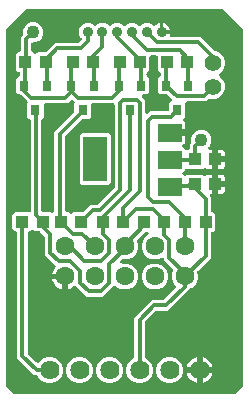
<source format=gbr>
G04 EAGLE Gerber RS-274X export*
G75*
%MOMM*%
%FSLAX34Y34*%
%LPD*%
%INBottom Copper*%
%IPPOS*%
%AMOC8*
5,1,8,0,0,1.08239X$1,22.5*%
G01*
%ADD10C,1.600000*%
%ADD11R,0.800000X0.900000*%
%ADD12R,1.000000X1.100000*%
%ADD13R,2.006600X1.498600*%
%ADD14R,2.006600X3.810000*%
%ADD15R,1.100000X1.000000*%
%ADD16C,1.625600*%
%ADD17C,0.900000*%
%ADD18C,1.422400*%
%ADD19C,0.300000*%
%ADD20C,1.100000*%

G36*
X197653Y4517D02*
X197653Y4517D01*
X197792Y4527D01*
X197825Y4537D01*
X197858Y4541D01*
X197989Y4588D01*
X198122Y4629D01*
X198152Y4647D01*
X198183Y4658D01*
X198300Y4734D01*
X198420Y4805D01*
X198454Y4835D01*
X198473Y4847D01*
X198496Y4871D01*
X198575Y4940D01*
X205060Y11425D01*
X205147Y11534D01*
X205238Y11640D01*
X205254Y11670D01*
X205275Y11696D01*
X205334Y11822D01*
X205399Y11946D01*
X205407Y11979D01*
X205422Y12009D01*
X205450Y12145D01*
X205485Y12281D01*
X205488Y12326D01*
X205493Y12348D01*
X205492Y12381D01*
X205499Y12485D01*
X205499Y312515D01*
X205483Y312652D01*
X205473Y312792D01*
X205463Y312825D01*
X205459Y312858D01*
X205412Y312989D01*
X205371Y313122D01*
X205353Y313152D01*
X205342Y313183D01*
X205266Y313300D01*
X205195Y313420D01*
X205165Y313454D01*
X205153Y313473D01*
X205129Y313496D01*
X205060Y313575D01*
X188575Y330060D01*
X188466Y330147D01*
X188360Y330238D01*
X188330Y330254D01*
X188304Y330275D01*
X188178Y330334D01*
X188054Y330399D01*
X188021Y330407D01*
X187991Y330422D01*
X187855Y330450D01*
X187719Y330485D01*
X187674Y330488D01*
X187652Y330493D01*
X187619Y330492D01*
X187515Y330499D01*
X22485Y330499D01*
X22347Y330483D01*
X22208Y330473D01*
X22175Y330463D01*
X22142Y330459D01*
X22011Y330412D01*
X21878Y330371D01*
X21848Y330353D01*
X21817Y330342D01*
X21700Y330266D01*
X21580Y330195D01*
X21546Y330165D01*
X21527Y330153D01*
X21504Y330129D01*
X21425Y330060D01*
X4940Y313575D01*
X4853Y313466D01*
X4762Y313360D01*
X4746Y313330D01*
X4725Y313304D01*
X4666Y313178D01*
X4601Y313054D01*
X4593Y313021D01*
X4578Y312991D01*
X4550Y312855D01*
X4515Y312719D01*
X4512Y312674D01*
X4507Y312652D01*
X4508Y312619D01*
X4501Y312515D01*
X4501Y12485D01*
X4517Y12347D01*
X4527Y12208D01*
X4537Y12175D01*
X4541Y12142D01*
X4588Y12011D01*
X4629Y11878D01*
X4647Y11848D01*
X4658Y11817D01*
X4734Y11700D01*
X4805Y11580D01*
X4835Y11546D01*
X4847Y11527D01*
X4871Y11504D01*
X4940Y11425D01*
X11425Y4940D01*
X11534Y4853D01*
X11640Y4762D01*
X11670Y4746D01*
X11696Y4725D01*
X11822Y4666D01*
X11946Y4601D01*
X11979Y4593D01*
X12009Y4578D01*
X12145Y4550D01*
X12281Y4515D01*
X12326Y4512D01*
X12347Y4507D01*
X12381Y4508D01*
X12485Y4501D01*
X197515Y4501D01*
X197653Y4517D01*
G37*
%LPC*%
G36*
X39286Y13871D02*
X39286Y13871D01*
X35196Y15566D01*
X32066Y18696D01*
X31702Y19574D01*
X31659Y19650D01*
X31626Y19731D01*
X31576Y19801D01*
X31534Y19876D01*
X31475Y19941D01*
X31424Y20011D01*
X31359Y20068D01*
X31301Y20131D01*
X31229Y20181D01*
X31162Y20238D01*
X31086Y20278D01*
X31015Y20327D01*
X30934Y20358D01*
X30856Y20399D01*
X30773Y20420D01*
X30693Y20451D01*
X30606Y20463D01*
X30522Y20485D01*
X30378Y20495D01*
X30351Y20499D01*
X30339Y20498D01*
X30317Y20499D01*
X28636Y20499D01*
X13999Y35136D01*
X13999Y141000D01*
X13995Y141035D01*
X13998Y141071D01*
X13975Y141207D01*
X13959Y141343D01*
X13947Y141377D01*
X13942Y141412D01*
X13889Y141539D01*
X13842Y141669D01*
X13823Y141698D01*
X13809Y141731D01*
X13728Y141843D01*
X13653Y141958D01*
X13627Y141983D01*
X13607Y142011D01*
X13503Y142102D01*
X13403Y142197D01*
X13372Y142215D01*
X13346Y142238D01*
X13223Y142302D01*
X13105Y142372D01*
X13071Y142382D01*
X13039Y142399D01*
X12906Y142433D01*
X12774Y142474D01*
X12739Y142476D01*
X12705Y142485D01*
X12500Y142499D01*
X11757Y142499D01*
X9999Y144257D01*
X9999Y156743D01*
X11757Y158501D01*
X24000Y158501D01*
X24035Y158505D01*
X24071Y158502D01*
X24207Y158525D01*
X24343Y158541D01*
X24377Y158553D01*
X24412Y158558D01*
X24539Y158611D01*
X24669Y158658D01*
X24698Y158677D01*
X24731Y158691D01*
X24843Y158772D01*
X24958Y158847D01*
X24983Y158873D01*
X25011Y158893D01*
X25102Y158997D01*
X25197Y159097D01*
X25215Y159128D01*
X25238Y159154D01*
X25302Y159277D01*
X25372Y159395D01*
X25382Y159429D01*
X25399Y159461D01*
X25433Y159594D01*
X25474Y159726D01*
X25476Y159761D01*
X25485Y159795D01*
X25499Y160000D01*
X25499Y236000D01*
X25495Y236035D01*
X25498Y236071D01*
X25475Y236206D01*
X25459Y236343D01*
X25447Y236377D01*
X25442Y236412D01*
X25389Y236539D01*
X25342Y236669D01*
X25323Y236698D01*
X25309Y236731D01*
X25228Y236843D01*
X25153Y236958D01*
X25127Y236983D01*
X25107Y237011D01*
X25003Y237102D01*
X24903Y237197D01*
X24872Y237215D01*
X24846Y237238D01*
X24723Y237302D01*
X24605Y237372D01*
X24571Y237382D01*
X24539Y237399D01*
X24406Y237433D01*
X24286Y237470D01*
X22499Y239257D01*
X22499Y250746D01*
X22502Y250748D01*
X22583Y250860D01*
X22668Y250968D01*
X22683Y251000D01*
X22704Y251029D01*
X22757Y251157D01*
X22815Y251281D01*
X22822Y251316D01*
X22836Y251349D01*
X22858Y251485D01*
X22886Y251620D01*
X22886Y251655D01*
X22891Y251690D01*
X22881Y251828D01*
X22878Y251965D01*
X22869Y251999D01*
X22867Y252035D01*
X22826Y252166D01*
X22791Y252300D01*
X22775Y252331D01*
X22764Y252365D01*
X22694Y252484D01*
X22630Y252606D01*
X22606Y252632D01*
X22588Y252663D01*
X22454Y252817D01*
X18575Y256696D01*
X17211Y258060D01*
X17102Y258147D01*
X16996Y258238D01*
X16966Y258254D01*
X16940Y258275D01*
X16814Y258334D01*
X16690Y258399D01*
X16657Y258407D01*
X16627Y258422D01*
X16491Y258450D01*
X16355Y258485D01*
X16310Y258488D01*
X16289Y258493D01*
X16255Y258492D01*
X16151Y258499D01*
X14757Y258499D01*
X12999Y260257D01*
X12999Y271743D01*
X14757Y273501D01*
X15000Y273501D01*
X15035Y273505D01*
X15071Y273502D01*
X15207Y273525D01*
X15343Y273541D01*
X15377Y273553D01*
X15412Y273558D01*
X15539Y273611D01*
X15669Y273658D01*
X15698Y273677D01*
X15731Y273691D01*
X15843Y273772D01*
X15958Y273847D01*
X15983Y273873D01*
X16011Y273893D01*
X16102Y273997D01*
X16197Y274097D01*
X16215Y274128D01*
X16238Y274154D01*
X16302Y274277D01*
X16372Y274395D01*
X16382Y274429D01*
X16399Y274461D01*
X16433Y274594D01*
X16474Y274726D01*
X16476Y274761D01*
X16485Y274795D01*
X16499Y275000D01*
X16499Y276000D01*
X16495Y276035D01*
X16498Y276071D01*
X16475Y276207D01*
X16459Y276343D01*
X16447Y276377D01*
X16442Y276412D01*
X16389Y276539D01*
X16342Y276669D01*
X16323Y276698D01*
X16309Y276731D01*
X16228Y276843D01*
X16153Y276958D01*
X16127Y276983D01*
X16107Y277011D01*
X16003Y277102D01*
X15903Y277197D01*
X15872Y277215D01*
X15846Y277238D01*
X15723Y277302D01*
X15605Y277372D01*
X15571Y277382D01*
X15539Y277399D01*
X15406Y277433D01*
X15274Y277474D01*
X15239Y277476D01*
X15205Y277485D01*
X15000Y277499D01*
X14757Y277499D01*
X12999Y279257D01*
X12999Y292743D01*
X14757Y294501D01*
X15500Y294501D01*
X15535Y294505D01*
X15571Y294502D01*
X15707Y294525D01*
X15843Y294541D01*
X15877Y294553D01*
X15912Y294558D01*
X16039Y294611D01*
X16169Y294658D01*
X16198Y294677D01*
X16231Y294691D01*
X16343Y294772D01*
X16458Y294847D01*
X16483Y294873D01*
X16511Y294893D01*
X16602Y294997D01*
X16697Y295097D01*
X16715Y295128D01*
X16738Y295154D01*
X16802Y295277D01*
X16872Y295395D01*
X16882Y295429D01*
X16899Y295461D01*
X16933Y295594D01*
X16974Y295726D01*
X16976Y295761D01*
X16985Y295795D01*
X16999Y296000D01*
X16999Y306864D01*
X18560Y308425D01*
X18647Y308534D01*
X18738Y308640D01*
X18754Y308670D01*
X18775Y308696D01*
X18834Y308822D01*
X18899Y308946D01*
X18907Y308979D01*
X18922Y309009D01*
X18950Y309145D01*
X18985Y309281D01*
X18988Y309326D01*
X18993Y309348D01*
X18992Y309381D01*
X18999Y309485D01*
X18999Y312691D01*
X20293Y315815D01*
X22685Y318207D01*
X25809Y319501D01*
X29191Y319501D01*
X32315Y318207D01*
X34707Y315815D01*
X36001Y312691D01*
X36001Y309309D01*
X34707Y306185D01*
X32315Y303793D01*
X29191Y302499D01*
X27500Y302499D01*
X27465Y302495D01*
X27429Y302498D01*
X27293Y302475D01*
X27157Y302459D01*
X27123Y302447D01*
X27088Y302442D01*
X26961Y302389D01*
X26831Y302342D01*
X26802Y302323D01*
X26769Y302309D01*
X26657Y302228D01*
X26542Y302153D01*
X26517Y302127D01*
X26489Y302107D01*
X26398Y302003D01*
X26303Y301903D01*
X26285Y301872D01*
X26262Y301846D01*
X26198Y301723D01*
X26128Y301605D01*
X26118Y301571D01*
X26101Y301539D01*
X26067Y301406D01*
X26026Y301274D01*
X26024Y301239D01*
X26015Y301205D01*
X26001Y301000D01*
X26001Y296000D01*
X26005Y295965D01*
X26002Y295929D01*
X26025Y295793D01*
X26041Y295657D01*
X26053Y295623D01*
X26058Y295588D01*
X26111Y295461D01*
X26158Y295331D01*
X26177Y295302D01*
X26191Y295269D01*
X26272Y295157D01*
X26347Y295042D01*
X26373Y295017D01*
X26393Y294989D01*
X26497Y294898D01*
X26597Y294803D01*
X26628Y294785D01*
X26654Y294762D01*
X26777Y294698D01*
X26895Y294628D01*
X26929Y294618D01*
X26961Y294601D01*
X27094Y294567D01*
X27214Y294530D01*
X28440Y293304D01*
X28468Y293282D01*
X28491Y293255D01*
X28603Y293175D01*
X28711Y293089D01*
X28743Y293074D01*
X28772Y293053D01*
X28899Y293001D01*
X29024Y292942D01*
X29059Y292935D01*
X29091Y292921D01*
X29228Y292899D01*
X29362Y292871D01*
X29398Y292872D01*
X29433Y292866D01*
X29570Y292876D01*
X29708Y292879D01*
X29742Y292888D01*
X29778Y292891D01*
X29909Y292932D01*
X30042Y292966D01*
X30074Y292983D01*
X30108Y292993D01*
X30226Y293063D01*
X30348Y293128D01*
X30375Y293151D01*
X30405Y293169D01*
X30560Y293304D01*
X31757Y294501D01*
X38015Y294501D01*
X38153Y294517D01*
X38292Y294527D01*
X38325Y294537D01*
X38358Y294541D01*
X38489Y294588D01*
X38622Y294629D01*
X38652Y294647D01*
X38683Y294658D01*
X38800Y294734D01*
X38920Y294805D01*
X38954Y294835D01*
X38973Y294847D01*
X38996Y294871D01*
X39075Y294940D01*
X46136Y302001D01*
X65265Y302001D01*
X65403Y302017D01*
X65542Y302027D01*
X65575Y302037D01*
X65608Y302041D01*
X65739Y302088D01*
X65872Y302129D01*
X65902Y302147D01*
X65933Y302158D01*
X66050Y302234D01*
X66170Y302305D01*
X66204Y302335D01*
X66223Y302347D01*
X66246Y302371D01*
X66325Y302440D01*
X68204Y304319D01*
X68226Y304346D01*
X68252Y304370D01*
X68333Y304482D01*
X68418Y304590D01*
X68433Y304622D01*
X68454Y304651D01*
X68507Y304778D01*
X68565Y304903D01*
X68572Y304937D01*
X68586Y304970D01*
X68608Y305106D01*
X68636Y305241D01*
X68635Y305276D01*
X68641Y305311D01*
X68631Y305449D01*
X68628Y305587D01*
X68619Y305621D01*
X68617Y305656D01*
X68576Y305788D01*
X68541Y305921D01*
X68525Y305953D01*
X68514Y305986D01*
X68444Y306105D01*
X68380Y306227D01*
X68356Y306254D01*
X68338Y306284D01*
X68204Y306439D01*
X67391Y307251D01*
X66249Y310008D01*
X66249Y312992D01*
X67391Y315749D01*
X69501Y317859D01*
X72258Y319001D01*
X75242Y319001D01*
X77999Y317859D01*
X78940Y316918D01*
X78968Y316896D01*
X78991Y316869D01*
X79103Y316789D01*
X79211Y316703D01*
X79243Y316688D01*
X79272Y316667D01*
X79399Y316615D01*
X79524Y316556D01*
X79559Y316549D01*
X79591Y316535D01*
X79728Y316513D01*
X79862Y316485D01*
X79898Y316486D01*
X79933Y316480D01*
X80070Y316490D01*
X80208Y316493D01*
X80242Y316502D01*
X80278Y316505D01*
X80409Y316545D01*
X80542Y316580D01*
X80574Y316597D01*
X80608Y316607D01*
X80726Y316677D01*
X80848Y316742D01*
X80875Y316765D01*
X80905Y316783D01*
X81060Y316918D01*
X82001Y317859D01*
X84758Y319001D01*
X87742Y319001D01*
X90499Y317859D01*
X91440Y316918D01*
X91468Y316896D01*
X91491Y316869D01*
X91603Y316789D01*
X91711Y316703D01*
X91743Y316688D01*
X91772Y316667D01*
X91899Y316615D01*
X92024Y316556D01*
X92059Y316549D01*
X92091Y316535D01*
X92228Y316513D01*
X92362Y316485D01*
X92398Y316486D01*
X92433Y316480D01*
X92570Y316490D01*
X92708Y316493D01*
X92742Y316502D01*
X92778Y316505D01*
X92909Y316545D01*
X93042Y316580D01*
X93074Y316597D01*
X93108Y316607D01*
X93226Y316677D01*
X93348Y316742D01*
X93375Y316765D01*
X93405Y316783D01*
X93560Y316918D01*
X94501Y317859D01*
X97258Y319001D01*
X100242Y319001D01*
X102999Y317859D01*
X103940Y316918D01*
X103968Y316896D01*
X103991Y316869D01*
X104103Y316789D01*
X104211Y316703D01*
X104243Y316688D01*
X104272Y316667D01*
X104399Y316615D01*
X104524Y316556D01*
X104559Y316549D01*
X104591Y316535D01*
X104728Y316513D01*
X104862Y316485D01*
X104898Y316486D01*
X104933Y316480D01*
X105070Y316490D01*
X105208Y316493D01*
X105242Y316502D01*
X105278Y316505D01*
X105409Y316545D01*
X105542Y316580D01*
X105574Y316597D01*
X105608Y316607D01*
X105726Y316677D01*
X105848Y316742D01*
X105875Y316765D01*
X105905Y316783D01*
X106060Y316918D01*
X107001Y317859D01*
X109758Y319001D01*
X112742Y319001D01*
X115499Y317859D01*
X116440Y316918D01*
X116468Y316896D01*
X116491Y316869D01*
X116603Y316789D01*
X116711Y316703D01*
X116743Y316688D01*
X116772Y316667D01*
X116899Y316615D01*
X117024Y316556D01*
X117059Y316549D01*
X117091Y316535D01*
X117228Y316513D01*
X117362Y316485D01*
X117398Y316486D01*
X117433Y316480D01*
X117570Y316490D01*
X117708Y316493D01*
X117742Y316502D01*
X117778Y316505D01*
X117909Y316545D01*
X118042Y316580D01*
X118074Y316597D01*
X118108Y316607D01*
X118226Y316677D01*
X118348Y316742D01*
X118375Y316765D01*
X118405Y316783D01*
X118560Y316918D01*
X119501Y317859D01*
X122258Y319001D01*
X125242Y319001D01*
X127999Y317859D01*
X128940Y316918D01*
X128968Y316896D01*
X128991Y316869D01*
X129103Y316789D01*
X129211Y316703D01*
X129243Y316688D01*
X129272Y316667D01*
X129399Y316615D01*
X129524Y316556D01*
X129559Y316549D01*
X129591Y316535D01*
X129728Y316513D01*
X129862Y316485D01*
X129898Y316486D01*
X129933Y316480D01*
X130070Y316490D01*
X130208Y316493D01*
X130242Y316502D01*
X130278Y316505D01*
X130409Y316545D01*
X130542Y316580D01*
X130574Y316597D01*
X130608Y316607D01*
X130726Y316677D01*
X130848Y316742D01*
X130875Y316765D01*
X130905Y316783D01*
X131060Y316918D01*
X131468Y317326D01*
X132697Y318147D01*
X134062Y318712D01*
X134751Y318849D01*
X134751Y311500D01*
X134755Y311465D01*
X134752Y311430D01*
X134775Y311294D01*
X134790Y311157D01*
X134802Y311124D01*
X134808Y311089D01*
X134861Y310961D01*
X134908Y310832D01*
X134927Y310802D01*
X134941Y310769D01*
X135021Y310658D01*
X135097Y310542D01*
X135122Y310518D01*
X135143Y310489D01*
X135144Y310489D01*
X135144Y310488D01*
X135248Y310398D01*
X135347Y310303D01*
X135378Y310285D01*
X135405Y310262D01*
X135527Y310198D01*
X135646Y310128D01*
X135679Y310118D01*
X135711Y310101D01*
X135844Y310067D01*
X135976Y310026D01*
X136011Y310023D01*
X136046Y310015D01*
X136250Y310001D01*
X143599Y310001D01*
X143463Y309312D01*
X143364Y309074D01*
X143321Y308923D01*
X143275Y308774D01*
X143274Y308758D01*
X143269Y308741D01*
X143262Y308585D01*
X143251Y308429D01*
X143254Y308413D01*
X143253Y308396D01*
X143282Y308242D01*
X143307Y308088D01*
X143314Y308073D01*
X143317Y308056D01*
X143380Y307912D01*
X143440Y307769D01*
X143450Y307755D01*
X143457Y307740D01*
X143551Y307615D01*
X143642Y307489D01*
X143655Y307477D01*
X143665Y307464D01*
X143785Y307364D01*
X143903Y307262D01*
X143918Y307254D01*
X143931Y307243D01*
X144071Y307174D01*
X144209Y307101D01*
X144226Y307097D01*
X144241Y307089D01*
X144393Y307054D01*
X144544Y307015D01*
X144566Y307013D01*
X144577Y307011D01*
X144605Y307011D01*
X144749Y307001D01*
X169364Y307001D01*
X180813Y295552D01*
X180922Y295465D01*
X181028Y295374D01*
X181058Y295358D01*
X181084Y295337D01*
X181210Y295278D01*
X181334Y295213D01*
X181367Y295205D01*
X181397Y295190D01*
X181533Y295162D01*
X181669Y295127D01*
X181714Y295124D01*
X181736Y295119D01*
X181769Y295120D01*
X181873Y295113D01*
X182012Y295113D01*
X185728Y293573D01*
X188573Y290728D01*
X190113Y287012D01*
X190113Y282988D01*
X188573Y279272D01*
X185729Y276427D01*
X185628Y276385D01*
X185537Y276334D01*
X185441Y276292D01*
X185386Y276251D01*
X185326Y276217D01*
X185249Y276147D01*
X185165Y276084D01*
X185121Y276030D01*
X185070Y275984D01*
X185011Y275898D01*
X184945Y275818D01*
X184914Y275756D01*
X184875Y275699D01*
X184837Y275601D01*
X184791Y275508D01*
X184775Y275441D01*
X184750Y275376D01*
X184736Y275273D01*
X184712Y275171D01*
X184712Y275102D01*
X184703Y275034D01*
X184712Y274930D01*
X184712Y274826D01*
X184728Y274758D01*
X184735Y274690D01*
X184768Y274591D01*
X184792Y274489D01*
X184823Y274427D01*
X184845Y274362D01*
X184900Y274273D01*
X184946Y274180D01*
X184991Y274127D01*
X185027Y274068D01*
X185101Y273994D01*
X185168Y273914D01*
X185223Y273873D01*
X185272Y273824D01*
X185361Y273769D01*
X185444Y273706D01*
X185537Y273660D01*
X185566Y273642D01*
X185587Y273635D01*
X185628Y273615D01*
X185728Y273573D01*
X188573Y270728D01*
X190113Y267012D01*
X190113Y262988D01*
X188573Y259272D01*
X185728Y256427D01*
X182012Y254887D01*
X177988Y254887D01*
X177686Y255012D01*
X177602Y255036D01*
X177521Y255070D01*
X177436Y255084D01*
X177354Y255107D01*
X177266Y255111D01*
X177180Y255125D01*
X177094Y255119D01*
X177008Y255123D01*
X176922Y255107D01*
X176835Y255101D01*
X176753Y255075D01*
X176669Y255059D01*
X176589Y255024D01*
X176505Y254998D01*
X176431Y254954D01*
X176352Y254919D01*
X176283Y254867D01*
X176207Y254822D01*
X176099Y254728D01*
X176077Y254711D01*
X176069Y254702D01*
X176052Y254687D01*
X173864Y252499D01*
X158000Y252499D01*
X157965Y252495D01*
X157929Y252498D01*
X157793Y252475D01*
X157657Y252459D01*
X157623Y252447D01*
X157588Y252442D01*
X157461Y252389D01*
X157331Y252342D01*
X157302Y252323D01*
X157269Y252309D01*
X157157Y252228D01*
X157042Y252153D01*
X157017Y252127D01*
X156989Y252107D01*
X156898Y252003D01*
X156803Y251903D01*
X156785Y251872D01*
X156762Y251846D01*
X156698Y251723D01*
X156628Y251605D01*
X156618Y251571D01*
X156601Y251539D01*
X156567Y251406D01*
X156526Y251274D01*
X156524Y251239D01*
X156515Y251205D01*
X156501Y251000D01*
X156501Y239257D01*
X155118Y237874D01*
X155096Y237846D01*
X155069Y237823D01*
X154989Y237711D01*
X154903Y237603D01*
X154888Y237571D01*
X154867Y237542D01*
X154815Y237415D01*
X154756Y237290D01*
X154749Y237255D01*
X154735Y237223D01*
X154713Y237086D01*
X154685Y236952D01*
X154686Y236916D01*
X154680Y236881D01*
X154690Y236744D01*
X154693Y236606D01*
X154702Y236572D01*
X154705Y236536D01*
X154746Y236405D01*
X154780Y236272D01*
X154797Y236240D01*
X154807Y236206D01*
X154878Y236087D01*
X154942Y235966D01*
X154965Y235939D01*
X154983Y235908D01*
X155118Y235754D01*
X155430Y235441D01*
X155825Y234757D01*
X156030Y233994D01*
X156030Y229105D01*
X144496Y229105D01*
X144461Y229101D01*
X144426Y229104D01*
X144289Y229081D01*
X144153Y229065D01*
X144119Y229053D01*
X144084Y229048D01*
X143957Y228995D01*
X143827Y228948D01*
X143798Y228928D01*
X143765Y228915D01*
X143653Y228834D01*
X143538Y228759D01*
X143513Y228733D01*
X143485Y228713D01*
X143394Y228608D01*
X143299Y228509D01*
X143281Y228478D01*
X143258Y228451D01*
X143194Y228329D01*
X143124Y228211D01*
X143114Y228177D01*
X143097Y228145D01*
X143063Y228012D01*
X143022Y227880D01*
X143020Y227845D01*
X143011Y227811D01*
X142997Y227606D01*
X142997Y224606D01*
X143001Y224571D01*
X142999Y224535D01*
X143021Y224399D01*
X143037Y224263D01*
X143049Y224229D01*
X143055Y224194D01*
X143107Y224067D01*
X143154Y223937D01*
X143174Y223908D01*
X143187Y223875D01*
X143268Y223763D01*
X143343Y223648D01*
X143369Y223623D01*
X143389Y223595D01*
X143494Y223504D01*
X143593Y223409D01*
X143624Y223391D01*
X143651Y223368D01*
X143773Y223304D01*
X143891Y223234D01*
X143925Y223224D01*
X143957Y223207D01*
X144090Y223173D01*
X144222Y223132D01*
X144257Y223130D01*
X144291Y223121D01*
X144496Y223107D01*
X156030Y223107D01*
X156030Y218218D01*
X155825Y217455D01*
X155430Y216770D01*
X154871Y216212D01*
X154616Y216064D01*
X154569Y216030D01*
X154518Y216002D01*
X154431Y215927D01*
X154339Y215858D01*
X154301Y215814D01*
X154257Y215775D01*
X154190Y215682D01*
X154116Y215594D01*
X154089Y215542D01*
X154055Y215494D01*
X154011Y215388D01*
X153959Y215286D01*
X153946Y215229D01*
X153923Y215175D01*
X153905Y215061D01*
X153878Y214950D01*
X153877Y214891D01*
X153868Y214833D01*
X153876Y214718D01*
X153875Y214604D01*
X153888Y214547D01*
X153893Y214489D01*
X153927Y214379D01*
X153952Y214267D01*
X153978Y214214D01*
X153995Y214158D01*
X154054Y214059D01*
X154104Y213956D01*
X154141Y213911D01*
X154171Y213861D01*
X154306Y213706D01*
X156074Y211938D01*
X156102Y211916D01*
X156125Y211889D01*
X156235Y211810D01*
X156290Y211762D01*
X156307Y211753D01*
X156345Y211723D01*
X156377Y211708D01*
X156406Y211687D01*
X156530Y211636D01*
X156597Y211601D01*
X156615Y211596D01*
X156658Y211576D01*
X156693Y211569D01*
X156725Y211555D01*
X156855Y211534D01*
X156931Y211515D01*
X156959Y211513D01*
X156996Y211505D01*
X157032Y211506D01*
X157067Y211500D01*
X157105Y211503D01*
X157136Y211501D01*
X158500Y211501D01*
X158535Y211505D01*
X158571Y211502D01*
X158707Y211525D01*
X158843Y211541D01*
X158877Y211553D01*
X158912Y211558D01*
X159039Y211611D01*
X159169Y211658D01*
X159198Y211677D01*
X159231Y211691D01*
X159343Y211772D01*
X159458Y211847D01*
X159483Y211873D01*
X159511Y211893D01*
X159602Y211997D01*
X159697Y212097D01*
X159715Y212128D01*
X159738Y212154D01*
X159802Y212277D01*
X159872Y212395D01*
X159882Y212429D01*
X159899Y212461D01*
X159933Y212594D01*
X159974Y212726D01*
X159976Y212761D01*
X159985Y212795D01*
X159999Y213000D01*
X159999Y216364D01*
X161060Y217425D01*
X161147Y217534D01*
X161238Y217640D01*
X161254Y217670D01*
X161275Y217696D01*
X161334Y217822D01*
X161399Y217946D01*
X161407Y217979D01*
X161422Y218009D01*
X161450Y218145D01*
X161485Y218281D01*
X161488Y218326D01*
X161493Y218348D01*
X161492Y218381D01*
X161499Y218485D01*
X161499Y221691D01*
X162793Y224815D01*
X165185Y227207D01*
X168309Y228501D01*
X171691Y228501D01*
X174815Y227207D01*
X177207Y224815D01*
X178501Y221691D01*
X178501Y218309D01*
X177207Y215185D01*
X176082Y214060D01*
X176017Y213978D01*
X175945Y213903D01*
X175910Y213843D01*
X175867Y213789D01*
X175823Y213695D01*
X175770Y213605D01*
X175750Y213539D01*
X175720Y213476D01*
X175699Y213374D01*
X175668Y213274D01*
X175663Y213205D01*
X175649Y213138D01*
X175652Y213034D01*
X175644Y212929D01*
X175656Y212861D01*
X175657Y212792D01*
X175684Y212691D01*
X175700Y212588D01*
X175727Y212524D01*
X175744Y212458D01*
X175793Y212365D01*
X175833Y212269D01*
X175874Y212213D01*
X175906Y212152D01*
X175974Y212073D01*
X176035Y211989D01*
X176088Y211943D01*
X176133Y211891D01*
X176218Y211830D01*
X176297Y211762D01*
X176358Y211730D01*
X176414Y211689D01*
X176510Y211650D01*
X176603Y211601D01*
X176670Y211584D01*
X176733Y211558D01*
X176836Y211541D01*
X176937Y211515D01*
X177041Y211508D01*
X177075Y211502D01*
X177097Y211504D01*
X177142Y211501D01*
X179001Y211501D01*
X179001Y204500D01*
X179005Y204465D01*
X179002Y204430D01*
X179025Y204294D01*
X179041Y204157D01*
X179053Y204123D01*
X179058Y204088D01*
X179111Y203961D01*
X179158Y203832D01*
X179177Y203802D01*
X179191Y203769D01*
X179272Y203657D01*
X179347Y203542D01*
X179373Y203518D01*
X179390Y203494D01*
X179303Y203403D01*
X179285Y203372D01*
X179262Y203345D01*
X179198Y203223D01*
X179128Y203105D01*
X179118Y203071D01*
X179101Y203039D01*
X179067Y202906D01*
X179026Y202774D01*
X179024Y202739D01*
X179015Y202704D01*
X179001Y202500D01*
X179001Y195499D01*
X175605Y195499D01*
X174842Y195704D01*
X174157Y196099D01*
X174060Y196196D01*
X174032Y196218D01*
X174009Y196245D01*
X173897Y196325D01*
X173789Y196411D01*
X173757Y196426D01*
X173728Y196447D01*
X173601Y196499D01*
X173476Y196558D01*
X173441Y196565D01*
X173409Y196579D01*
X173272Y196601D01*
X173138Y196629D01*
X173102Y196628D01*
X173067Y196634D01*
X172930Y196624D01*
X172792Y196621D01*
X172758Y196612D01*
X172722Y196609D01*
X172591Y196568D01*
X172458Y196534D01*
X172426Y196517D01*
X172392Y196507D01*
X172274Y196437D01*
X172152Y196372D01*
X172125Y196349D01*
X172094Y196331D01*
X171940Y196196D01*
X171243Y195499D01*
X157529Y195499D01*
X157494Y195495D01*
X157458Y195498D01*
X157322Y195475D01*
X157186Y195459D01*
X157152Y195447D01*
X157117Y195442D01*
X156990Y195389D01*
X156860Y195342D01*
X156831Y195323D01*
X156798Y195309D01*
X156686Y195228D01*
X156571Y195153D01*
X156546Y195127D01*
X156518Y195107D01*
X156427Y195003D01*
X156332Y194903D01*
X156314Y194872D01*
X156291Y194846D01*
X156227Y194723D01*
X156204Y194684D01*
X154396Y192876D01*
X154374Y192848D01*
X154347Y192825D01*
X154267Y192713D01*
X154181Y192605D01*
X154166Y192573D01*
X154145Y192544D01*
X154093Y192417D01*
X154034Y192292D01*
X154027Y192257D01*
X154013Y192225D01*
X153991Y192089D01*
X153963Y191954D01*
X153964Y191918D01*
X153958Y191883D01*
X153968Y191746D01*
X153971Y191608D01*
X153980Y191574D01*
X153983Y191539D01*
X154024Y191407D01*
X154058Y191274D01*
X154075Y191242D01*
X154085Y191208D01*
X154155Y191090D01*
X154220Y190968D01*
X154243Y190941D01*
X154261Y190911D01*
X154396Y190756D01*
X155144Y190008D01*
X155172Y189986D01*
X155195Y189959D01*
X155307Y189879D01*
X155415Y189793D01*
X155447Y189778D01*
X155476Y189757D01*
X155603Y189705D01*
X155728Y189646D01*
X155763Y189639D01*
X155795Y189625D01*
X155932Y189603D01*
X156066Y189575D01*
X156102Y189576D01*
X156137Y189570D01*
X156274Y189580D01*
X156412Y189583D01*
X156446Y189592D01*
X156482Y189595D01*
X156613Y189636D01*
X156746Y189670D01*
X156778Y189687D01*
X156812Y189697D01*
X156930Y189767D01*
X157052Y189832D01*
X157079Y189855D01*
X157109Y189873D01*
X157264Y190008D01*
X157757Y190501D01*
X171243Y190501D01*
X171940Y189804D01*
X171968Y189782D01*
X171991Y189755D01*
X172103Y189675D01*
X172211Y189589D01*
X172243Y189574D01*
X172272Y189553D01*
X172399Y189501D01*
X172524Y189442D01*
X172559Y189435D01*
X172591Y189421D01*
X172728Y189399D01*
X172862Y189371D01*
X172898Y189372D01*
X172933Y189366D01*
X173070Y189376D01*
X173208Y189379D01*
X173242Y189388D01*
X173278Y189391D01*
X173409Y189431D01*
X173542Y189466D01*
X173574Y189483D01*
X173608Y189493D01*
X173726Y189563D01*
X173848Y189628D01*
X173875Y189651D01*
X173905Y189669D01*
X174060Y189804D01*
X174157Y189901D01*
X174842Y190296D01*
X175605Y190501D01*
X179001Y190501D01*
X179001Y183500D01*
X179005Y183465D01*
X179002Y183430D01*
X179025Y183294D01*
X179041Y183157D01*
X179053Y183123D01*
X179058Y183088D01*
X179111Y182961D01*
X179158Y182832D01*
X179177Y182802D01*
X179191Y182769D01*
X179272Y182657D01*
X179347Y182542D01*
X179373Y182518D01*
X179390Y182494D01*
X179303Y182403D01*
X179285Y182372D01*
X179262Y182345D01*
X179198Y182223D01*
X179128Y182105D01*
X179118Y182071D01*
X179101Y182039D01*
X179067Y181906D01*
X179026Y181774D01*
X179024Y181739D01*
X179015Y181704D01*
X179001Y181500D01*
X179001Y174499D01*
X178485Y174499D01*
X178382Y174487D01*
X178277Y174485D01*
X178210Y174467D01*
X178142Y174459D01*
X178044Y174424D01*
X177943Y174398D01*
X177882Y174365D01*
X177817Y174342D01*
X177729Y174285D01*
X177637Y174236D01*
X177585Y174191D01*
X177527Y174153D01*
X177455Y174078D01*
X177376Y174009D01*
X177336Y173953D01*
X177288Y173903D01*
X177236Y173813D01*
X177175Y173728D01*
X177148Y173664D01*
X177113Y173605D01*
X177083Y173505D01*
X177043Y173409D01*
X177032Y173340D01*
X177011Y173274D01*
X177004Y173170D01*
X176987Y173067D01*
X176992Y172998D01*
X176988Y172929D01*
X177005Y172827D01*
X177012Y172722D01*
X177032Y172656D01*
X177044Y172588D01*
X177084Y172492D01*
X177115Y172392D01*
X177150Y172333D01*
X177176Y172269D01*
X177237Y172184D01*
X177290Y172095D01*
X177359Y172016D01*
X177379Y171989D01*
X177395Y171974D01*
X177425Y171940D01*
X178001Y171364D01*
X178001Y160500D01*
X178005Y160465D01*
X178002Y160429D01*
X178025Y160293D01*
X178041Y160157D01*
X178053Y160123D01*
X178058Y160088D01*
X178111Y159961D01*
X178158Y159831D01*
X178177Y159802D01*
X178191Y159769D01*
X178272Y159657D01*
X178347Y159542D01*
X178373Y159517D01*
X178393Y159489D01*
X178497Y159398D01*
X178597Y159303D01*
X178628Y159285D01*
X178654Y159262D01*
X178777Y159198D01*
X178895Y159128D01*
X178929Y159118D01*
X178961Y159101D01*
X179094Y159067D01*
X179226Y159026D01*
X179261Y159024D01*
X179295Y159015D01*
X179500Y159001D01*
X179743Y159001D01*
X181501Y157243D01*
X181501Y143757D01*
X179743Y141999D01*
X179500Y141999D01*
X179465Y141995D01*
X179429Y141998D01*
X179293Y141975D01*
X179157Y141959D01*
X179123Y141947D01*
X179088Y141942D01*
X178961Y141889D01*
X178831Y141842D01*
X178802Y141823D01*
X178769Y141809D01*
X178657Y141728D01*
X178542Y141653D01*
X178517Y141627D01*
X178489Y141607D01*
X178398Y141503D01*
X178303Y141403D01*
X178285Y141372D01*
X178262Y141346D01*
X178198Y141223D01*
X178128Y141105D01*
X178118Y141071D01*
X178101Y141039D01*
X178067Y140906D01*
X178026Y140774D01*
X178024Y140739D01*
X178015Y140705D01*
X178001Y140500D01*
X178001Y120136D01*
X166792Y108927D01*
X166738Y108859D01*
X166676Y108797D01*
X166631Y108724D01*
X166578Y108656D01*
X166540Y108577D01*
X166494Y108502D01*
X166467Y108421D01*
X166431Y108343D01*
X166413Y108257D01*
X166385Y108174D01*
X166377Y108089D01*
X166359Y108005D01*
X166361Y107917D01*
X166354Y107830D01*
X166366Y107745D01*
X166368Y107659D01*
X166390Y107574D01*
X166402Y107488D01*
X166448Y107351D01*
X166455Y107325D01*
X166460Y107314D01*
X166467Y107293D01*
X166801Y106488D01*
X166801Y102112D01*
X165126Y98069D01*
X162031Y94974D01*
X161125Y94599D01*
X161109Y94590D01*
X161091Y94584D01*
X160958Y94505D01*
X160823Y94430D01*
X160809Y94418D01*
X160793Y94408D01*
X160639Y94274D01*
X141864Y75499D01*
X132485Y75499D01*
X132347Y75483D01*
X132208Y75473D01*
X132175Y75463D01*
X132142Y75459D01*
X132011Y75412D01*
X131878Y75371D01*
X131848Y75353D01*
X131817Y75342D01*
X131700Y75266D01*
X131580Y75195D01*
X131546Y75165D01*
X131527Y75153D01*
X131504Y75129D01*
X131425Y75060D01*
X122640Y66275D01*
X122553Y66166D01*
X122462Y66060D01*
X122446Y66030D01*
X122425Y66004D01*
X122366Y65878D01*
X122301Y65754D01*
X122293Y65721D01*
X122278Y65691D01*
X122250Y65555D01*
X122215Y65419D01*
X122212Y65374D01*
X122207Y65352D01*
X122208Y65319D01*
X122201Y65215D01*
X122201Y36183D01*
X122211Y36096D01*
X122211Y36009D01*
X122231Y35925D01*
X122241Y35840D01*
X122270Y35757D01*
X122290Y35672D01*
X122329Y35595D01*
X122358Y35515D01*
X122406Y35441D01*
X122445Y35363D01*
X122500Y35297D01*
X122547Y35225D01*
X122610Y35164D01*
X122666Y35097D01*
X122735Y35046D01*
X122797Y34986D01*
X122873Y34942D01*
X122943Y34889D01*
X123071Y34825D01*
X123095Y34811D01*
X123107Y34808D01*
X123126Y34798D01*
X124004Y34434D01*
X127134Y31304D01*
X128829Y27214D01*
X128829Y22786D01*
X127134Y18696D01*
X124004Y15566D01*
X119914Y13871D01*
X115486Y13871D01*
X111396Y15566D01*
X108266Y18696D01*
X106571Y22786D01*
X106571Y27214D01*
X108266Y31304D01*
X111396Y34434D01*
X112274Y34798D01*
X112350Y34841D01*
X112431Y34874D01*
X112501Y34924D01*
X112576Y34966D01*
X112641Y35025D01*
X112711Y35076D01*
X112768Y35141D01*
X112831Y35199D01*
X112881Y35271D01*
X112938Y35338D01*
X112978Y35414D01*
X113027Y35485D01*
X113058Y35566D01*
X113099Y35644D01*
X113120Y35727D01*
X113151Y35807D01*
X113163Y35894D01*
X113185Y35978D01*
X113195Y36122D01*
X113199Y36149D01*
X113198Y36161D01*
X113199Y36183D01*
X113199Y69564D01*
X128136Y84501D01*
X137515Y84501D01*
X137653Y84517D01*
X137792Y84527D01*
X137825Y84537D01*
X137858Y84541D01*
X137989Y84588D01*
X138122Y84629D01*
X138152Y84647D01*
X138183Y84658D01*
X138300Y84734D01*
X138420Y84805D01*
X138454Y84835D01*
X138473Y84847D01*
X138496Y84871D01*
X138575Y84940D01*
X148029Y94394D01*
X148051Y94421D01*
X148077Y94445D01*
X148158Y94557D01*
X148243Y94665D01*
X148258Y94697D01*
X148279Y94726D01*
X148332Y94853D01*
X148390Y94978D01*
X148398Y95012D01*
X148411Y95045D01*
X148433Y95181D01*
X148461Y95316D01*
X148461Y95351D01*
X148466Y95387D01*
X148457Y95524D01*
X148453Y95662D01*
X148444Y95696D01*
X148442Y95731D01*
X148401Y95863D01*
X148366Y95996D01*
X148350Y96028D01*
X148339Y96062D01*
X148269Y96180D01*
X148205Y96302D01*
X148182Y96329D01*
X148163Y96359D01*
X148029Y96514D01*
X146474Y98069D01*
X144799Y102112D01*
X144799Y106488D01*
X146011Y109415D01*
X146035Y109499D01*
X146069Y109580D01*
X146083Y109665D01*
X146106Y109747D01*
X146110Y109834D01*
X146124Y109921D01*
X146118Y110007D01*
X146122Y110093D01*
X146106Y110179D01*
X146100Y110266D01*
X146074Y110348D01*
X146058Y110432D01*
X146023Y110512D01*
X145997Y110596D01*
X145953Y110670D01*
X145919Y110749D01*
X145866Y110818D01*
X145821Y110894D01*
X145727Y111002D01*
X145710Y111024D01*
X145701Y111032D01*
X145686Y111049D01*
X138399Y118336D01*
X138399Y118863D01*
X138381Y119018D01*
X138367Y119173D01*
X138361Y119189D01*
X138359Y119206D01*
X138306Y119353D01*
X138257Y119501D01*
X138248Y119515D01*
X138242Y119531D01*
X138157Y119662D01*
X138074Y119795D01*
X138062Y119807D01*
X138053Y119821D01*
X137940Y119929D01*
X137830Y120039D01*
X137815Y120048D01*
X137803Y120059D01*
X137669Y120138D01*
X137535Y120220D01*
X137519Y120226D01*
X137505Y120234D01*
X137356Y120280D01*
X137207Y120330D01*
X137191Y120331D01*
X137174Y120336D01*
X137018Y120347D01*
X136863Y120361D01*
X136846Y120359D01*
X136829Y120360D01*
X136675Y120335D01*
X136521Y120313D01*
X136500Y120306D01*
X136488Y120304D01*
X136463Y120293D01*
X136326Y120248D01*
X132588Y118699D01*
X128212Y118699D01*
X124169Y120374D01*
X121074Y123469D01*
X119399Y127512D01*
X119399Y131888D01*
X121074Y135931D01*
X124169Y139026D01*
X124383Y139115D01*
X124429Y139140D01*
X124478Y139158D01*
X124580Y139224D01*
X124685Y139283D01*
X124724Y139318D01*
X124768Y139347D01*
X124851Y139435D01*
X124941Y139516D01*
X124970Y139559D01*
X125006Y139597D01*
X125068Y139701D01*
X125136Y139801D01*
X125155Y139850D01*
X125181Y139895D01*
X125217Y140011D01*
X125261Y140124D01*
X125268Y140176D01*
X125283Y140226D01*
X125292Y140346D01*
X125308Y140466D01*
X125304Y140518D01*
X125307Y140571D01*
X125288Y140690D01*
X125276Y140811D01*
X125260Y140860D01*
X125251Y140912D01*
X125205Y141023D01*
X125166Y141138D01*
X125139Y141183D01*
X125118Y141231D01*
X125048Y141329D01*
X124984Y141432D01*
X124947Y141469D01*
X124916Y141511D01*
X124825Y141591D01*
X124739Y141676D01*
X124695Y141704D01*
X124655Y141738D01*
X124548Y141794D01*
X124445Y141858D01*
X124395Y141875D01*
X124349Y141899D01*
X124232Y141929D01*
X124117Y141967D01*
X124065Y141972D01*
X124014Y141985D01*
X123810Y141999D01*
X122985Y141999D01*
X122847Y141983D01*
X122708Y141973D01*
X122675Y141963D01*
X122642Y141959D01*
X122511Y141912D01*
X122378Y141871D01*
X122348Y141853D01*
X122317Y141842D01*
X122200Y141766D01*
X122080Y141695D01*
X122046Y141665D01*
X122027Y141653D01*
X122004Y141629D01*
X121925Y141560D01*
X115611Y135246D01*
X115557Y135178D01*
X115495Y135116D01*
X115450Y135043D01*
X115397Y134975D01*
X115360Y134896D01*
X115314Y134822D01*
X115286Y134740D01*
X115250Y134662D01*
X115232Y134577D01*
X115204Y134494D01*
X115196Y134408D01*
X115179Y134324D01*
X115181Y134236D01*
X115173Y134149D01*
X115185Y134065D01*
X115187Y133978D01*
X115209Y133894D01*
X115221Y133807D01*
X115267Y133671D01*
X115274Y133644D01*
X115279Y133633D01*
X115286Y133613D01*
X116001Y131888D01*
X116001Y127512D01*
X114326Y123469D01*
X111231Y120374D01*
X107188Y118699D01*
X103185Y118699D01*
X103047Y118683D01*
X102908Y118673D01*
X102875Y118663D01*
X102842Y118659D01*
X102711Y118612D01*
X102578Y118571D01*
X102549Y118553D01*
X102517Y118542D01*
X102400Y118466D01*
X102280Y118395D01*
X102246Y118365D01*
X102227Y118353D01*
X102204Y118329D01*
X102125Y118260D01*
X101725Y117860D01*
X101660Y117778D01*
X101588Y117703D01*
X101553Y117643D01*
X101510Y117589D01*
X101466Y117495D01*
X101413Y117405D01*
X101393Y117339D01*
X101364Y117276D01*
X101342Y117174D01*
X101311Y117074D01*
X101307Y117005D01*
X101292Y116938D01*
X101295Y116834D01*
X101288Y116729D01*
X101299Y116661D01*
X101300Y116592D01*
X101327Y116491D01*
X101344Y116388D01*
X101370Y116325D01*
X101388Y116258D01*
X101436Y116165D01*
X101476Y116069D01*
X101517Y116013D01*
X101549Y115952D01*
X101617Y115873D01*
X101679Y115789D01*
X101731Y115743D01*
X101776Y115691D01*
X101861Y115630D01*
X101940Y115562D01*
X102001Y115530D01*
X102057Y115489D01*
X102153Y115450D01*
X102246Y115401D01*
X102313Y115384D01*
X102377Y115358D01*
X102479Y115341D01*
X102581Y115315D01*
X102685Y115308D01*
X102718Y115302D01*
X102740Y115304D01*
X102785Y115301D01*
X107188Y115301D01*
X111231Y113626D01*
X114326Y110531D01*
X116001Y106488D01*
X116001Y102112D01*
X114326Y98069D01*
X111231Y94974D01*
X107188Y93299D01*
X102812Y93299D01*
X98769Y94974D01*
X97603Y96140D01*
X97575Y96162D01*
X97552Y96189D01*
X97440Y96269D01*
X97332Y96354D01*
X97300Y96370D01*
X97271Y96390D01*
X97143Y96443D01*
X97019Y96501D01*
X96984Y96509D01*
X96951Y96522D01*
X96815Y96544D01*
X96680Y96573D01*
X96645Y96572D01*
X96610Y96577D01*
X96472Y96568D01*
X96335Y96564D01*
X96300Y96556D01*
X96265Y96553D01*
X96133Y96512D01*
X96000Y96477D01*
X95969Y96461D01*
X95935Y96450D01*
X95816Y96380D01*
X95694Y96316D01*
X95668Y96293D01*
X95637Y96275D01*
X95483Y96140D01*
X86642Y87299D01*
X72558Y87299D01*
X63717Y96140D01*
X63690Y96162D01*
X63666Y96189D01*
X63554Y96269D01*
X63446Y96354D01*
X63414Y96370D01*
X63385Y96390D01*
X63258Y96443D01*
X63133Y96501D01*
X63099Y96509D01*
X63066Y96522D01*
X62930Y96544D01*
X62795Y96573D01*
X62760Y96572D01*
X62725Y96577D01*
X62587Y96568D01*
X62449Y96564D01*
X62415Y96556D01*
X62380Y96553D01*
X62248Y96512D01*
X62115Y96477D01*
X62084Y96461D01*
X62050Y96450D01*
X61931Y96380D01*
X61809Y96316D01*
X61782Y96293D01*
X61752Y96275D01*
X61597Y96140D01*
X61367Y95909D01*
X59966Y94891D01*
X58423Y94105D01*
X56776Y93570D01*
X56699Y93558D01*
X56699Y103300D01*
X56695Y103335D01*
X56698Y103370D01*
X56675Y103506D01*
X56659Y103643D01*
X56647Y103677D01*
X56642Y103712D01*
X56589Y103839D01*
X56542Y103968D01*
X56523Y103998D01*
X56509Y104031D01*
X56428Y104143D01*
X56353Y104258D01*
X56327Y104282D01*
X56307Y104311D01*
X56203Y104402D01*
X56103Y104497D01*
X56072Y104515D01*
X56046Y104538D01*
X55923Y104602D01*
X55805Y104672D01*
X55771Y104682D01*
X55739Y104699D01*
X55606Y104733D01*
X55474Y104774D01*
X55439Y104776D01*
X55405Y104785D01*
X55200Y104799D01*
X54699Y104799D01*
X54699Y105300D01*
X54695Y105335D01*
X54697Y105371D01*
X54675Y105507D01*
X54659Y105643D01*
X54647Y105677D01*
X54641Y105712D01*
X54589Y105839D01*
X54542Y105969D01*
X54522Y105998D01*
X54509Y106031D01*
X54428Y106143D01*
X54353Y106258D01*
X54327Y106283D01*
X54306Y106311D01*
X54202Y106402D01*
X54103Y106497D01*
X54072Y106515D01*
X54045Y106538D01*
X53923Y106602D01*
X53805Y106672D01*
X53771Y106682D01*
X53739Y106699D01*
X53606Y106733D01*
X53474Y106774D01*
X53439Y106776D01*
X53404Y106785D01*
X53200Y106799D01*
X43458Y106799D01*
X43470Y106876D01*
X44005Y108523D01*
X44791Y110066D01*
X45809Y111467D01*
X46040Y111697D01*
X46062Y111725D01*
X46089Y111748D01*
X46169Y111860D01*
X46254Y111968D01*
X46269Y112000D01*
X46290Y112029D01*
X46343Y112157D01*
X46401Y112281D01*
X46409Y112316D01*
X46422Y112349D01*
X46444Y112485D01*
X46473Y112619D01*
X46472Y112655D01*
X46477Y112690D01*
X46468Y112828D01*
X46464Y112965D01*
X46456Y112999D01*
X46453Y113035D01*
X46412Y113167D01*
X46377Y113300D01*
X46361Y113331D01*
X46350Y113365D01*
X46280Y113484D01*
X46216Y113605D01*
X46193Y113632D01*
X46175Y113663D01*
X46040Y113817D01*
X37199Y122658D01*
X37199Y137815D01*
X37183Y137953D01*
X37173Y138092D01*
X37163Y138125D01*
X37159Y138158D01*
X37112Y138289D01*
X37071Y138422D01*
X37053Y138452D01*
X37042Y138483D01*
X36966Y138600D01*
X36895Y138720D01*
X36865Y138754D01*
X36853Y138773D01*
X36829Y138796D01*
X36760Y138875D01*
X33575Y142060D01*
X33466Y142147D01*
X33360Y142238D01*
X33330Y142254D01*
X33304Y142275D01*
X33178Y142334D01*
X33054Y142399D01*
X33021Y142407D01*
X32991Y142422D01*
X32855Y142450D01*
X32719Y142485D01*
X32674Y142488D01*
X32652Y142493D01*
X32619Y142492D01*
X32515Y142499D01*
X28757Y142499D01*
X28060Y143196D01*
X28032Y143218D01*
X28009Y143245D01*
X27897Y143325D01*
X27789Y143411D01*
X27757Y143426D01*
X27728Y143447D01*
X27601Y143499D01*
X27476Y143558D01*
X27441Y143565D01*
X27409Y143579D01*
X27272Y143601D01*
X27138Y143629D01*
X27102Y143628D01*
X27067Y143634D01*
X26930Y143624D01*
X26792Y143621D01*
X26758Y143612D01*
X26722Y143609D01*
X26591Y143568D01*
X26458Y143534D01*
X26426Y143517D01*
X26392Y143507D01*
X26274Y143437D01*
X26152Y143372D01*
X26125Y143349D01*
X26094Y143331D01*
X25940Y143196D01*
X25243Y142499D01*
X24500Y142499D01*
X24465Y142495D01*
X24429Y142498D01*
X24293Y142475D01*
X24157Y142459D01*
X24123Y142447D01*
X24088Y142442D01*
X23961Y142389D01*
X23831Y142342D01*
X23802Y142323D01*
X23769Y142309D01*
X23657Y142228D01*
X23542Y142153D01*
X23517Y142127D01*
X23489Y142107D01*
X23398Y142003D01*
X23303Y141903D01*
X23285Y141872D01*
X23262Y141846D01*
X23198Y141723D01*
X23128Y141605D01*
X23118Y141571D01*
X23101Y141539D01*
X23067Y141406D01*
X23026Y141274D01*
X23024Y141239D01*
X23015Y141205D01*
X23001Y141000D01*
X23001Y39485D01*
X23017Y39347D01*
X23027Y39208D01*
X23037Y39175D01*
X23041Y39142D01*
X23088Y39011D01*
X23129Y38878D01*
X23147Y38848D01*
X23158Y38817D01*
X23234Y38700D01*
X23305Y38580D01*
X23335Y38546D01*
X23347Y38527D01*
X23371Y38504D01*
X23440Y38425D01*
X30253Y31612D01*
X30281Y31590D01*
X30304Y31563D01*
X30416Y31483D01*
X30524Y31397D01*
X30556Y31382D01*
X30585Y31361D01*
X30713Y31309D01*
X30837Y31250D01*
X30872Y31243D01*
X30905Y31229D01*
X31041Y31207D01*
X31176Y31179D01*
X31211Y31180D01*
X31246Y31174D01*
X31383Y31184D01*
X31521Y31187D01*
X31555Y31196D01*
X31591Y31199D01*
X31723Y31240D01*
X31856Y31274D01*
X31887Y31291D01*
X31921Y31301D01*
X32040Y31372D01*
X32162Y31436D01*
X32188Y31459D01*
X32219Y31477D01*
X32373Y31612D01*
X35196Y34434D01*
X39286Y36129D01*
X43714Y36129D01*
X47804Y34434D01*
X50934Y31304D01*
X52629Y27214D01*
X52629Y22786D01*
X50934Y18696D01*
X47804Y15566D01*
X43714Y13871D01*
X39286Y13871D01*
G37*
%LPD*%
G36*
X59570Y157376D02*
X59570Y157376D01*
X59708Y157379D01*
X59742Y157388D01*
X59778Y157391D01*
X59909Y157432D01*
X60042Y157466D01*
X60074Y157483D01*
X60108Y157493D01*
X60227Y157564D01*
X60348Y157628D01*
X60375Y157651D01*
X60406Y157669D01*
X60560Y157804D01*
X61757Y159001D01*
X69515Y159001D01*
X69653Y159017D01*
X69792Y159027D01*
X69825Y159037D01*
X69858Y159041D01*
X69989Y159088D01*
X70122Y159129D01*
X70152Y159147D01*
X70183Y159158D01*
X70300Y159234D01*
X70420Y159305D01*
X70454Y159335D01*
X70473Y159347D01*
X70496Y159371D01*
X70575Y159440D01*
X76136Y165001D01*
X81529Y165001D01*
X81668Y165017D01*
X81807Y165027D01*
X81839Y165037D01*
X81873Y165041D01*
X82004Y165088D01*
X82137Y165129D01*
X82166Y165147D01*
X82198Y165158D01*
X82315Y165234D01*
X82435Y165305D01*
X82469Y165335D01*
X82488Y165347D01*
X82511Y165371D01*
X82590Y165440D01*
X96060Y178910D01*
X96138Y179009D01*
X96139Y179010D01*
X96140Y179011D01*
X96147Y179020D01*
X96238Y179125D01*
X96254Y179155D01*
X96275Y179182D01*
X96334Y179308D01*
X96399Y179431D01*
X96407Y179464D01*
X96422Y179495D01*
X96450Y179631D01*
X96485Y179766D01*
X96488Y179811D01*
X96493Y179833D01*
X96492Y179867D01*
X96499Y179971D01*
X96499Y249500D01*
X96495Y249535D01*
X96498Y249571D01*
X96475Y249707D01*
X96459Y249843D01*
X96447Y249877D01*
X96442Y249912D01*
X96389Y250039D01*
X96342Y250169D01*
X96323Y250198D01*
X96309Y250231D01*
X96228Y250343D01*
X96153Y250458D01*
X96127Y250483D01*
X96107Y250511D01*
X96003Y250602D01*
X95903Y250697D01*
X95872Y250715D01*
X95846Y250738D01*
X95723Y250802D01*
X95605Y250872D01*
X95571Y250882D01*
X95539Y250899D01*
X95406Y250933D01*
X95274Y250974D01*
X95239Y250976D01*
X95205Y250985D01*
X95000Y250999D01*
X78000Y250999D01*
X77965Y250995D01*
X77929Y250998D01*
X77793Y250975D01*
X77657Y250959D01*
X77623Y250947D01*
X77588Y250942D01*
X77461Y250889D01*
X77331Y250842D01*
X77302Y250823D01*
X77269Y250809D01*
X77157Y250728D01*
X77042Y250653D01*
X77017Y250627D01*
X76989Y250607D01*
X76898Y250503D01*
X76803Y250403D01*
X76785Y250372D01*
X76762Y250346D01*
X76698Y250223D01*
X76628Y250105D01*
X76618Y250071D01*
X76601Y250039D01*
X76567Y249906D01*
X76526Y249774D01*
X76524Y249739D01*
X76515Y249705D01*
X76501Y249500D01*
X76501Y239257D01*
X74743Y237499D01*
X69485Y237499D01*
X69347Y237483D01*
X69208Y237473D01*
X69175Y237463D01*
X69142Y237459D01*
X69011Y237412D01*
X68878Y237371D01*
X68848Y237353D01*
X68817Y237342D01*
X68700Y237266D01*
X68580Y237195D01*
X68546Y237165D01*
X68527Y237153D01*
X68504Y237129D01*
X68425Y237060D01*
X54940Y223575D01*
X54853Y223466D01*
X54762Y223360D01*
X54746Y223330D01*
X54725Y223304D01*
X54666Y223178D01*
X54601Y223054D01*
X54593Y223021D01*
X54578Y222991D01*
X54550Y222855D01*
X54515Y222719D01*
X54512Y222674D01*
X54507Y222652D01*
X54508Y222619D01*
X54501Y222515D01*
X54501Y160500D01*
X54505Y160465D01*
X54502Y160429D01*
X54525Y160293D01*
X54541Y160157D01*
X54553Y160123D01*
X54558Y160088D01*
X54611Y159961D01*
X54658Y159831D01*
X54677Y159802D01*
X54691Y159769D01*
X54772Y159657D01*
X54847Y159542D01*
X54873Y159517D01*
X54893Y159489D01*
X54997Y159398D01*
X55097Y159303D01*
X55128Y159285D01*
X55154Y159262D01*
X55277Y159198D01*
X55395Y159128D01*
X55429Y159118D01*
X55461Y159101D01*
X55594Y159067D01*
X55726Y159026D01*
X55761Y159024D01*
X55795Y159015D01*
X56000Y159001D01*
X57243Y159001D01*
X58440Y157804D01*
X58468Y157782D01*
X58491Y157755D01*
X58603Y157675D01*
X58711Y157589D01*
X58743Y157574D01*
X58772Y157553D01*
X58899Y157501D01*
X59024Y157442D01*
X59059Y157435D01*
X59091Y157421D01*
X59228Y157399D01*
X59362Y157371D01*
X59398Y157372D01*
X59433Y157366D01*
X59570Y157376D01*
G37*
G36*
X43320Y158126D02*
X43320Y158126D01*
X43458Y158129D01*
X43492Y158138D01*
X43528Y158141D01*
X43659Y158182D01*
X43792Y158216D01*
X43824Y158233D01*
X43858Y158243D01*
X43976Y158313D01*
X44098Y158378D01*
X44125Y158401D01*
X44155Y158419D01*
X44310Y158554D01*
X45060Y159304D01*
X45147Y159413D01*
X45238Y159518D01*
X45254Y159548D01*
X45275Y159575D01*
X45334Y159701D01*
X45399Y159824D01*
X45407Y159857D01*
X45422Y159888D01*
X45450Y160024D01*
X45485Y160159D01*
X45488Y160204D01*
X45493Y160226D01*
X45492Y160260D01*
X45499Y160364D01*
X45499Y226864D01*
X62060Y243425D01*
X62147Y243534D01*
X62238Y243640D01*
X62254Y243670D01*
X62275Y243696D01*
X62334Y243822D01*
X62399Y243946D01*
X62407Y243979D01*
X62422Y244009D01*
X62450Y244145D01*
X62485Y244281D01*
X62488Y244326D01*
X62493Y244348D01*
X62492Y244381D01*
X62499Y244485D01*
X62499Y250889D01*
X62507Y250907D01*
X62565Y251031D01*
X62572Y251066D01*
X62586Y251099D01*
X62608Y251235D01*
X62636Y251369D01*
X62636Y251405D01*
X62641Y251440D01*
X62631Y251578D01*
X62628Y251715D01*
X62619Y251749D01*
X62617Y251785D01*
X62576Y251917D01*
X62541Y252050D01*
X62525Y252081D01*
X62514Y252115D01*
X62444Y252234D01*
X62380Y252355D01*
X62356Y252382D01*
X62338Y252413D01*
X62204Y252567D01*
X61310Y253461D01*
X61282Y253483D01*
X61259Y253510D01*
X61147Y253590D01*
X61039Y253676D01*
X61007Y253691D01*
X60978Y253711D01*
X60851Y253764D01*
X60726Y253822D01*
X60691Y253830D01*
X60659Y253843D01*
X60522Y253865D01*
X60388Y253894D01*
X60352Y253893D01*
X60317Y253899D01*
X60180Y253889D01*
X60042Y253886D01*
X60008Y253877D01*
X59972Y253874D01*
X59841Y253833D01*
X59708Y253798D01*
X59676Y253782D01*
X59642Y253771D01*
X59523Y253701D01*
X59402Y253637D01*
X59375Y253614D01*
X59345Y253596D01*
X59190Y253461D01*
X56728Y250999D01*
X38000Y250999D01*
X37965Y250995D01*
X37929Y250998D01*
X37793Y250975D01*
X37657Y250959D01*
X37623Y250947D01*
X37588Y250942D01*
X37461Y250889D01*
X37331Y250842D01*
X37302Y250823D01*
X37269Y250809D01*
X37157Y250728D01*
X37042Y250653D01*
X37017Y250627D01*
X36989Y250607D01*
X36898Y250503D01*
X36803Y250403D01*
X36785Y250372D01*
X36762Y250346D01*
X36698Y250223D01*
X36628Y250105D01*
X36618Y250071D01*
X36601Y250039D01*
X36567Y249906D01*
X36526Y249774D01*
X36524Y249739D01*
X36515Y249705D01*
X36501Y249500D01*
X36501Y239257D01*
X34940Y237696D01*
X34853Y237587D01*
X34762Y237482D01*
X34746Y237452D01*
X34725Y237425D01*
X34666Y237299D01*
X34601Y237176D01*
X34593Y237143D01*
X34578Y237112D01*
X34550Y236976D01*
X34515Y236841D01*
X34512Y236796D01*
X34507Y236774D01*
X34508Y236740D01*
X34501Y236636D01*
X34501Y160000D01*
X34505Y159965D01*
X34502Y159929D01*
X34525Y159793D01*
X34541Y159657D01*
X34553Y159623D01*
X34558Y159588D01*
X34611Y159461D01*
X34658Y159331D01*
X34677Y159302D01*
X34691Y159269D01*
X34772Y159157D01*
X34847Y159042D01*
X34873Y159017D01*
X34893Y158989D01*
X34997Y158898D01*
X35097Y158803D01*
X35128Y158785D01*
X35154Y158762D01*
X35277Y158698D01*
X35395Y158628D01*
X35429Y158618D01*
X35461Y158601D01*
X35594Y158567D01*
X35726Y158526D01*
X35761Y158524D01*
X35795Y158515D01*
X36000Y158501D01*
X42247Y158501D01*
X42353Y158425D01*
X42461Y158339D01*
X42493Y158324D01*
X42522Y158303D01*
X42649Y158251D01*
X42774Y158192D01*
X42808Y158185D01*
X42841Y158171D01*
X42978Y158149D01*
X43112Y158121D01*
X43148Y158122D01*
X43183Y158116D01*
X43320Y158126D01*
G37*
%LPC*%
G36*
X68728Y181449D02*
X68728Y181449D01*
X66970Y183207D01*
X66970Y223793D01*
X68728Y225551D01*
X91280Y225551D01*
X93038Y223793D01*
X93038Y183207D01*
X91280Y181449D01*
X68728Y181449D01*
G37*
%LPD*%
G36*
X124002Y241992D02*
X124002Y241992D01*
X124071Y241988D01*
X124173Y242004D01*
X124278Y242012D01*
X124344Y242032D01*
X124412Y242044D01*
X124508Y242084D01*
X124608Y242115D01*
X124667Y242150D01*
X124731Y242176D01*
X124816Y242237D01*
X124905Y242290D01*
X124984Y242359D01*
X125011Y242378D01*
X125026Y242395D01*
X125060Y242425D01*
X126636Y244001D01*
X141000Y244001D01*
X141035Y244005D01*
X141071Y244002D01*
X141207Y244025D01*
X141343Y244041D01*
X141377Y244053D01*
X141412Y244058D01*
X141539Y244111D01*
X141669Y244158D01*
X141698Y244177D01*
X141731Y244191D01*
X141843Y244272D01*
X141958Y244347D01*
X141983Y244373D01*
X142011Y244393D01*
X142102Y244497D01*
X142197Y244597D01*
X142215Y244628D01*
X142238Y244654D01*
X142302Y244777D01*
X142372Y244895D01*
X142382Y244929D01*
X142399Y244961D01*
X142433Y245094D01*
X142474Y245226D01*
X142476Y245261D01*
X142485Y245295D01*
X142499Y245500D01*
X142499Y250743D01*
X144636Y252879D01*
X144658Y252907D01*
X144684Y252930D01*
X144765Y253042D01*
X144850Y253150D01*
X144865Y253182D01*
X144886Y253211D01*
X144939Y253338D01*
X144997Y253463D01*
X145004Y253498D01*
X145018Y253531D01*
X145040Y253667D01*
X145068Y253802D01*
X145067Y253837D01*
X145073Y253872D01*
X145063Y254010D01*
X145060Y254147D01*
X145051Y254182D01*
X145049Y254217D01*
X145008Y254349D01*
X144973Y254482D01*
X144957Y254513D01*
X144946Y254547D01*
X144876Y254666D01*
X144812Y254788D01*
X144788Y254814D01*
X144770Y254845D01*
X144636Y254999D01*
X144060Y255575D01*
X141575Y258060D01*
X141466Y258147D01*
X141360Y258238D01*
X141330Y258254D01*
X141304Y258275D01*
X141178Y258334D01*
X141054Y258399D01*
X141021Y258407D01*
X140991Y258422D01*
X140855Y258450D01*
X140719Y258485D01*
X140674Y258488D01*
X140652Y258493D01*
X140619Y258492D01*
X140515Y258499D01*
X134757Y258499D01*
X132999Y260257D01*
X132999Y271743D01*
X135060Y273804D01*
X135147Y273913D01*
X135238Y274018D01*
X135254Y274048D01*
X135275Y274075D01*
X135334Y274201D01*
X135399Y274324D01*
X135407Y274357D01*
X135422Y274388D01*
X135450Y274524D01*
X135485Y274659D01*
X135488Y274704D01*
X135493Y274726D01*
X135492Y274760D01*
X135499Y274864D01*
X135499Y276136D01*
X135483Y276274D01*
X135473Y276414D01*
X135463Y276446D01*
X135459Y276479D01*
X135412Y276610D01*
X135371Y276744D01*
X135353Y276773D01*
X135342Y276805D01*
X135266Y276921D01*
X135195Y277042D01*
X135165Y277076D01*
X135153Y277094D01*
X135129Y277118D01*
X135060Y277196D01*
X132999Y279257D01*
X132999Y290000D01*
X132995Y290035D01*
X132998Y290071D01*
X132975Y290207D01*
X132959Y290343D01*
X132947Y290377D01*
X132942Y290412D01*
X132889Y290539D01*
X132842Y290669D01*
X132823Y290698D01*
X132809Y290731D01*
X132728Y290843D01*
X132653Y290958D01*
X132627Y290983D01*
X132607Y291011D01*
X132503Y291102D01*
X132403Y291197D01*
X132372Y291215D01*
X132346Y291238D01*
X132223Y291302D01*
X132105Y291372D01*
X132071Y291382D01*
X132039Y291399D01*
X131906Y291433D01*
X131774Y291474D01*
X131739Y291476D01*
X131705Y291485D01*
X131500Y291499D01*
X127500Y291499D01*
X127465Y291495D01*
X127429Y291498D01*
X127293Y291475D01*
X127157Y291459D01*
X127123Y291447D01*
X127088Y291442D01*
X126961Y291389D01*
X126831Y291342D01*
X126802Y291323D01*
X126769Y291309D01*
X126657Y291228D01*
X126542Y291153D01*
X126517Y291127D01*
X126489Y291107D01*
X126398Y291003D01*
X126303Y290903D01*
X126285Y290872D01*
X126262Y290846D01*
X126198Y290723D01*
X126128Y290605D01*
X126118Y290571D01*
X126101Y290539D01*
X126067Y290406D01*
X126026Y290274D01*
X126024Y290239D01*
X126015Y290205D01*
X126001Y290000D01*
X126001Y279257D01*
X123940Y277196D01*
X123853Y277087D01*
X123762Y276982D01*
X123746Y276952D01*
X123725Y276925D01*
X123666Y276799D01*
X123601Y276676D01*
X123593Y276643D01*
X123578Y276612D01*
X123550Y276476D01*
X123515Y276341D01*
X123512Y276296D01*
X123507Y276274D01*
X123508Y276240D01*
X123501Y276136D01*
X123501Y274864D01*
X123517Y274725D01*
X123527Y274586D01*
X123537Y274554D01*
X123541Y274520D01*
X123588Y274389D01*
X123629Y274256D01*
X123647Y274227D01*
X123658Y274195D01*
X123734Y274078D01*
X123805Y273958D01*
X123835Y273924D01*
X123847Y273906D01*
X123871Y273882D01*
X123940Y273804D01*
X126001Y271743D01*
X126001Y260257D01*
X124243Y258499D01*
X120849Y258499D01*
X120745Y258487D01*
X120641Y258485D01*
X120574Y258467D01*
X120506Y258459D01*
X120408Y258424D01*
X120307Y258398D01*
X120245Y258365D01*
X120181Y258342D01*
X120093Y258285D01*
X120001Y258236D01*
X119949Y258191D01*
X119891Y258153D01*
X119819Y258078D01*
X119740Y258009D01*
X119700Y257953D01*
X119652Y257903D01*
X119599Y257813D01*
X119539Y257728D01*
X119512Y257664D01*
X119477Y257605D01*
X119446Y257505D01*
X119407Y257409D01*
X119396Y257340D01*
X119375Y257274D01*
X119368Y257170D01*
X119351Y257067D01*
X119356Y256998D01*
X119352Y256929D01*
X119368Y256826D01*
X119376Y256722D01*
X119396Y256656D01*
X119408Y256588D01*
X119448Y256492D01*
X119479Y256392D01*
X119514Y256333D01*
X119540Y256269D01*
X119601Y256184D01*
X119654Y256095D01*
X119723Y256016D01*
X119742Y255989D01*
X119759Y255974D01*
X119789Y255940D01*
X120304Y255425D01*
X122501Y253228D01*
X122501Y243485D01*
X122513Y243382D01*
X122515Y243277D01*
X122533Y243210D01*
X122541Y243142D01*
X122576Y243044D01*
X122602Y242943D01*
X122635Y242882D01*
X122658Y242817D01*
X122715Y242729D01*
X122764Y242637D01*
X122809Y242585D01*
X122847Y242527D01*
X122922Y242455D01*
X122991Y242376D01*
X123047Y242336D01*
X123097Y242288D01*
X123187Y242235D01*
X123272Y242175D01*
X123336Y242148D01*
X123395Y242113D01*
X123495Y242083D01*
X123591Y242043D01*
X123660Y242032D01*
X123726Y242011D01*
X123830Y242004D01*
X123933Y241987D01*
X124002Y241992D01*
G37*
%LPC*%
G36*
X140886Y13871D02*
X140886Y13871D01*
X136796Y15566D01*
X133666Y18696D01*
X131971Y22786D01*
X131971Y27214D01*
X133666Y31304D01*
X136796Y34434D01*
X140886Y36129D01*
X145314Y36129D01*
X149404Y34434D01*
X152534Y31304D01*
X154229Y27214D01*
X154229Y22786D01*
X152534Y18696D01*
X149404Y15566D01*
X145314Y13871D01*
X140886Y13871D01*
G37*
%LPD*%
%LPC*%
G36*
X90086Y13871D02*
X90086Y13871D01*
X85996Y15566D01*
X82866Y18696D01*
X81171Y22786D01*
X81171Y27214D01*
X82866Y31304D01*
X85996Y34434D01*
X90086Y36129D01*
X94514Y36129D01*
X98604Y34434D01*
X101734Y31304D01*
X103429Y27214D01*
X103429Y22786D01*
X101734Y18696D01*
X98604Y15566D01*
X94514Y13871D01*
X90086Y13871D01*
G37*
%LPD*%
%LPC*%
G36*
X64686Y13871D02*
X64686Y13871D01*
X60596Y15566D01*
X57466Y18696D01*
X55771Y22786D01*
X55771Y27214D01*
X57466Y31304D01*
X60596Y34434D01*
X64686Y36129D01*
X69114Y36129D01*
X73204Y34434D01*
X76334Y31304D01*
X78029Y27214D01*
X78029Y22786D01*
X76334Y18696D01*
X73204Y15566D01*
X69114Y13871D01*
X64686Y13871D01*
G37*
%LPD*%
%LPC*%
G36*
X128212Y93299D02*
X128212Y93299D01*
X124169Y94974D01*
X121074Y98069D01*
X119399Y102112D01*
X119399Y106488D01*
X121074Y110531D01*
X124169Y113626D01*
X128212Y115301D01*
X132588Y115301D01*
X136631Y113626D01*
X139726Y110531D01*
X141401Y106488D01*
X141401Y102112D01*
X139726Y98069D01*
X136631Y94974D01*
X132588Y93299D01*
X128212Y93299D01*
G37*
%LPD*%
%LPC*%
G36*
X171039Y27539D02*
X171039Y27539D01*
X171039Y35865D01*
X171106Y35855D01*
X172772Y35313D01*
X174333Y34518D01*
X175750Y33489D01*
X176989Y32250D01*
X178018Y30833D01*
X178813Y29272D01*
X179355Y27606D01*
X179365Y27539D01*
X171039Y27539D01*
G37*
%LPD*%
%LPC*%
G36*
X157635Y27539D02*
X157635Y27539D01*
X157645Y27606D01*
X158187Y29272D01*
X158982Y30833D01*
X160011Y32250D01*
X161250Y33489D01*
X162667Y34518D01*
X164228Y35313D01*
X165894Y35855D01*
X165961Y35865D01*
X165961Y27539D01*
X157635Y27539D01*
G37*
%LPD*%
%LPC*%
G36*
X171039Y22461D02*
X171039Y22461D01*
X179365Y22461D01*
X179355Y22394D01*
X178813Y20728D01*
X178018Y19167D01*
X176989Y17750D01*
X175750Y16511D01*
X174333Y15482D01*
X172772Y14687D01*
X171106Y14145D01*
X171039Y14135D01*
X171039Y22461D01*
G37*
%LPD*%
%LPC*%
G36*
X165894Y14145D02*
X165894Y14145D01*
X164228Y14687D01*
X162667Y15482D01*
X161250Y16511D01*
X160011Y17750D01*
X158982Y19167D01*
X158187Y20728D01*
X157645Y22394D01*
X157635Y22461D01*
X165961Y22461D01*
X165961Y14135D01*
X165894Y14145D01*
G37*
%LPD*%
%LPC*%
G36*
X51624Y93570D02*
X51624Y93570D01*
X49977Y94105D01*
X48434Y94891D01*
X47033Y95909D01*
X45809Y97133D01*
X44791Y98534D01*
X44005Y100077D01*
X43470Y101724D01*
X43458Y101801D01*
X51701Y101801D01*
X51701Y93558D01*
X51624Y93570D01*
G37*
%LPD*%
%LPC*%
G36*
X183999Y205999D02*
X183999Y205999D01*
X183999Y211501D01*
X187395Y211501D01*
X188158Y211296D01*
X188843Y210901D01*
X189401Y210343D01*
X189796Y209658D01*
X190001Y208895D01*
X190001Y205999D01*
X183999Y205999D01*
G37*
%LPD*%
%LPC*%
G36*
X183999Y184999D02*
X183999Y184999D01*
X183999Y190501D01*
X187395Y190501D01*
X188158Y190296D01*
X188843Y189901D01*
X189401Y189343D01*
X189796Y188658D01*
X190001Y187895D01*
X190001Y184999D01*
X183999Y184999D01*
G37*
%LPD*%
%LPC*%
G36*
X183999Y195499D02*
X183999Y195499D01*
X183999Y201001D01*
X190001Y201001D01*
X190001Y198105D01*
X189796Y197342D01*
X189401Y196657D01*
X188843Y196099D01*
X188158Y195704D01*
X187395Y195499D01*
X183999Y195499D01*
G37*
%LPD*%
%LPC*%
G36*
X183999Y174499D02*
X183999Y174499D01*
X183999Y180001D01*
X190001Y180001D01*
X190001Y177105D01*
X189796Y176342D01*
X189401Y175657D01*
X188843Y175099D01*
X188158Y174704D01*
X187395Y174499D01*
X183999Y174499D01*
G37*
%LPD*%
%LPC*%
G36*
X137749Y312999D02*
X137749Y312999D01*
X137749Y318849D01*
X138438Y318712D01*
X139803Y318147D01*
X141032Y317326D01*
X142076Y316282D01*
X142897Y315053D01*
X143462Y313688D01*
X143599Y312999D01*
X137749Y312999D01*
G37*
%LPD*%
D10*
X155800Y129700D03*
X155800Y104300D03*
X130400Y129700D03*
X130400Y104300D03*
X105000Y129700D03*
X105000Y104300D03*
X79600Y129700D03*
X79600Y104300D03*
X54200Y129700D03*
X54200Y104300D03*
D11*
X29500Y245000D03*
X39000Y266000D03*
X20000Y266000D03*
D12*
X21000Y286000D03*
X38000Y286000D03*
X138500Y150500D03*
X121500Y150500D03*
D11*
X149500Y245000D03*
X159000Y266000D03*
X140000Y266000D03*
D12*
X141000Y286000D03*
X158000Y286000D03*
X173500Y150500D03*
X156500Y150500D03*
D11*
X109500Y245000D03*
X119000Y266000D03*
X100000Y266000D03*
D12*
X101000Y286000D03*
X118000Y286000D03*
X103500Y150500D03*
X86500Y150500D03*
D11*
X69500Y245000D03*
X79000Y266000D03*
X60000Y266000D03*
D12*
X61000Y286000D03*
X78000Y286000D03*
X68000Y150500D03*
X51000Y150500D03*
D13*
X142996Y226106D03*
X142996Y203246D03*
X142996Y180386D03*
D14*
X80004Y203500D03*
D15*
X164500Y203500D03*
X181500Y203500D03*
X164500Y182500D03*
X181500Y182500D03*
D16*
X41500Y25000D03*
X66900Y25000D03*
X92300Y25000D03*
X117700Y25000D03*
X143100Y25000D03*
X168500Y25000D03*
D15*
X18500Y150500D03*
X35500Y150500D03*
D17*
X73750Y311500D03*
X86250Y311500D03*
X98750Y311500D03*
X111250Y311500D03*
X123750Y311500D03*
X136250Y311500D03*
D18*
X180000Y285000D03*
X180000Y265000D03*
D19*
X162500Y180500D02*
X143110Y180500D01*
X142996Y180386D01*
X160500Y182500D02*
X164500Y182500D01*
X173500Y169500D02*
X173500Y150500D01*
X173500Y169500D02*
X162500Y180500D01*
X160500Y182500D01*
X114250Y161250D02*
X103500Y150500D01*
X138500Y150500D02*
X138500Y152000D01*
X129250Y161250D01*
X114250Y161250D01*
X173500Y150500D02*
X173500Y122000D01*
X155800Y104300D01*
X118000Y251364D02*
X115364Y254000D01*
X103636Y254000D01*
X101000Y251364D01*
X118000Y251364D02*
X118000Y177015D01*
X103500Y162515D02*
X103500Y150500D01*
X103500Y162515D02*
X118000Y177015D01*
X84015Y160500D02*
X78000Y160500D01*
X84015Y160500D02*
X101000Y177485D01*
X101000Y251364D01*
X78000Y160500D02*
X68000Y150500D01*
X138500Y139278D02*
X142900Y134878D01*
X138500Y139278D02*
X138500Y150500D01*
X155800Y107300D02*
X155800Y104300D01*
X155800Y107300D02*
X142900Y120200D01*
X142900Y134878D01*
X155800Y104300D02*
X155800Y95800D01*
X140000Y80000D02*
X130000Y80000D01*
X117700Y67700D02*
X117700Y25000D01*
X140000Y80000D02*
X155800Y95800D01*
X130000Y80000D02*
X117700Y67700D01*
D20*
X129500Y250000D03*
X180000Y310000D03*
X20000Y170000D03*
X40000Y170000D03*
X70000Y170000D03*
D19*
X121500Y150500D02*
X121500Y147500D01*
X105000Y131000D01*
X105000Y129700D01*
X105000Y127500D01*
X30000Y244500D02*
X29500Y245000D01*
X30000Y244500D02*
X30000Y156000D01*
X35500Y150500D01*
X41700Y124522D02*
X49022Y117200D01*
X67100Y99122D02*
X74422Y91800D01*
X84778Y91800D01*
X92100Y99122D01*
X41700Y140300D02*
X35500Y146500D01*
X35500Y150500D01*
X92100Y114600D02*
X105000Y127500D01*
X41700Y124522D02*
X41700Y140300D01*
X92100Y114600D02*
X92100Y99122D01*
X58978Y117200D02*
X49022Y117200D01*
X58978Y117200D02*
X67100Y109078D01*
X67100Y99122D01*
X140000Y266000D02*
X140000Y285000D01*
X141000Y286000D01*
X100000Y285000D02*
X100000Y266000D01*
X100000Y285000D02*
X101000Y286000D01*
X60000Y285000D02*
X60000Y266000D01*
X60000Y285000D02*
X61000Y286000D01*
X164246Y203246D02*
X164500Y203500D01*
X164246Y203246D02*
X142996Y203246D01*
X100000Y261136D02*
X100000Y266000D01*
X94364Y255500D02*
X65636Y255500D01*
X94364Y255500D02*
X100000Y261136D01*
X65636Y255500D02*
X60000Y261136D01*
X60000Y266000D01*
X54864Y255500D02*
X26136Y255500D01*
X60000Y260636D02*
X60000Y266000D01*
X60000Y260636D02*
X54864Y255500D01*
X26136Y255500D02*
X20000Y261636D01*
X20000Y266000D01*
X140000Y266000D02*
X149000Y257000D01*
X21000Y267000D02*
X21000Y286000D01*
X21000Y267000D02*
X20000Y266000D01*
D20*
X27500Y311000D03*
D19*
X21500Y305000D01*
X21500Y286500D01*
X21000Y286000D01*
X164500Y214500D02*
X164500Y203500D01*
X164500Y214500D02*
X170000Y220000D01*
D20*
X170000Y220000D03*
D19*
X172000Y257000D02*
X180000Y265000D01*
X172000Y257000D02*
X149000Y257000D01*
X39000Y266000D02*
X39000Y285000D01*
X38000Y286000D01*
X38000Y287500D02*
X48000Y297500D01*
X38000Y287500D02*
X38000Y286000D01*
X73750Y303500D02*
X73750Y311500D01*
X73750Y303500D02*
X67750Y297500D01*
X48000Y297500D01*
X69100Y140200D02*
X79600Y129700D01*
X69100Y140200D02*
X61100Y140200D01*
X51000Y150300D01*
X51000Y150500D01*
X50000Y151500D01*
X50000Y225000D01*
X69500Y244500D02*
X69500Y245000D01*
X69500Y244500D02*
X50000Y225000D01*
X109500Y177500D02*
X86500Y154500D01*
X86500Y150500D01*
X109500Y177500D02*
X109500Y245000D01*
X84778Y117200D02*
X70922Y117200D01*
X84778Y117200D02*
X92100Y124522D01*
X92100Y134878D01*
X70922Y117200D02*
X58422Y129700D01*
X86500Y140478D02*
X92100Y134878D01*
X86500Y140478D02*
X86500Y150500D01*
X58422Y129700D02*
X54200Y129700D01*
X155800Y144800D02*
X156150Y150500D01*
X124963Y171529D02*
X124963Y235963D01*
X144000Y239500D02*
X149500Y245000D01*
X144000Y239500D02*
X128500Y239500D01*
X124963Y235963D01*
X156500Y153500D02*
X156500Y150500D01*
X156500Y153500D02*
X142500Y167500D01*
X128992Y167500D02*
X124963Y171529D01*
X128992Y167500D02*
X142500Y167500D01*
X156000Y151500D02*
X156500Y150500D01*
X156150Y150500D02*
X156000Y151500D01*
X155800Y144800D02*
X155800Y129700D01*
X159000Y266000D02*
X159000Y285000D01*
X158000Y286000D01*
X158000Y289500D01*
X151500Y296000D02*
X124000Y296000D01*
X111250Y308750D02*
X111250Y311500D01*
X111250Y308750D02*
X124000Y296000D01*
X151500Y296000D02*
X158000Y289500D01*
X79000Y285000D02*
X79000Y266000D01*
X79000Y285000D02*
X78000Y286000D01*
X78000Y287500D01*
X86250Y298500D02*
X86250Y311500D01*
X86250Y298500D02*
X76625Y288875D01*
X78000Y287500D01*
X119000Y285000D02*
X119000Y266000D01*
X119000Y285000D02*
X118000Y286000D01*
X118000Y287500D01*
X98750Y306750D02*
X98750Y311500D01*
X98750Y306750D02*
X118000Y287500D01*
X41500Y25000D02*
X30500Y25000D01*
X18500Y37000D02*
X18500Y150500D01*
X18500Y37000D02*
X30500Y25000D01*
X132511Y302511D02*
X127250Y307772D01*
X127250Y308000D01*
X123750Y311500D01*
X180000Y290000D02*
X180000Y285000D01*
X132522Y302500D02*
X132511Y302511D01*
X132522Y302500D02*
X167500Y302500D01*
X180000Y290000D01*
M02*

</source>
